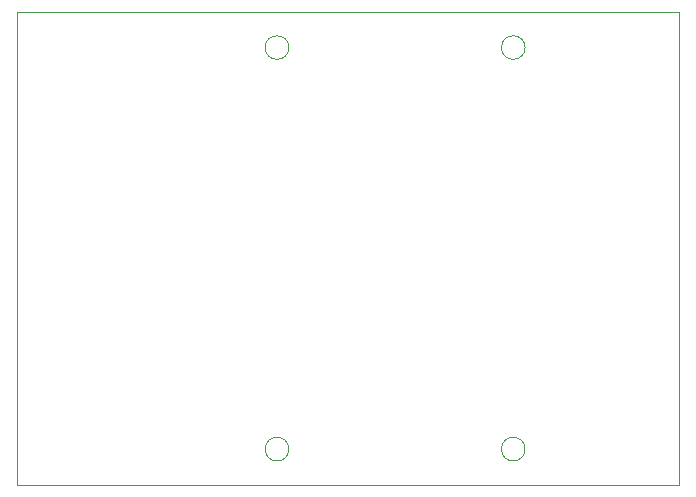
<source format=gbr>
%TF.GenerationSoftware,KiCad,Pcbnew,6.0.10-86aedd382b~118~ubuntu22.04.1*%
%TF.CreationDate,2023-02-04T11:12:36-05:00*%
%TF.ProjectId,HP Classic V3,48502043-6c61-4737-9369-632056332e6b,V3.1*%
%TF.SameCoordinates,Original*%
%TF.FileFunction,Profile,NP*%
%FSLAX46Y46*%
G04 Gerber Fmt 4.6, Leading zero omitted, Abs format (unit mm)*
G04 Created by KiCad (PCBNEW 6.0.10-86aedd382b~118~ubuntu22.04.1) date 2023-02-04 11:12:36*
%MOMM*%
%LPD*%
G01*
G04 APERTURE LIST*
%TA.AperFunction,Profile*%
%ADD10C,0.100000*%
%TD*%
G04 APERTURE END LIST*
D10*
X43250000Y6500000D02*
G75*
G03*
X43250000Y6500000I-1000000J0D01*
G01*
X23250000Y6500000D02*
G75*
G03*
X23250000Y6500000I-1000000J0D01*
G01*
X250000Y3500000D02*
X56250000Y3500000D01*
X56250000Y3500000D02*
X56250000Y43500000D01*
X56250000Y43500000D02*
X250000Y43500000D01*
X250000Y43500000D02*
X250000Y3500000D01*
X43250000Y40500000D02*
G75*
G03*
X43250000Y40500000I-1000000J0D01*
G01*
X23250000Y40500000D02*
G75*
G03*
X23250000Y40500000I-1000000J0D01*
G01*
M02*

</source>
